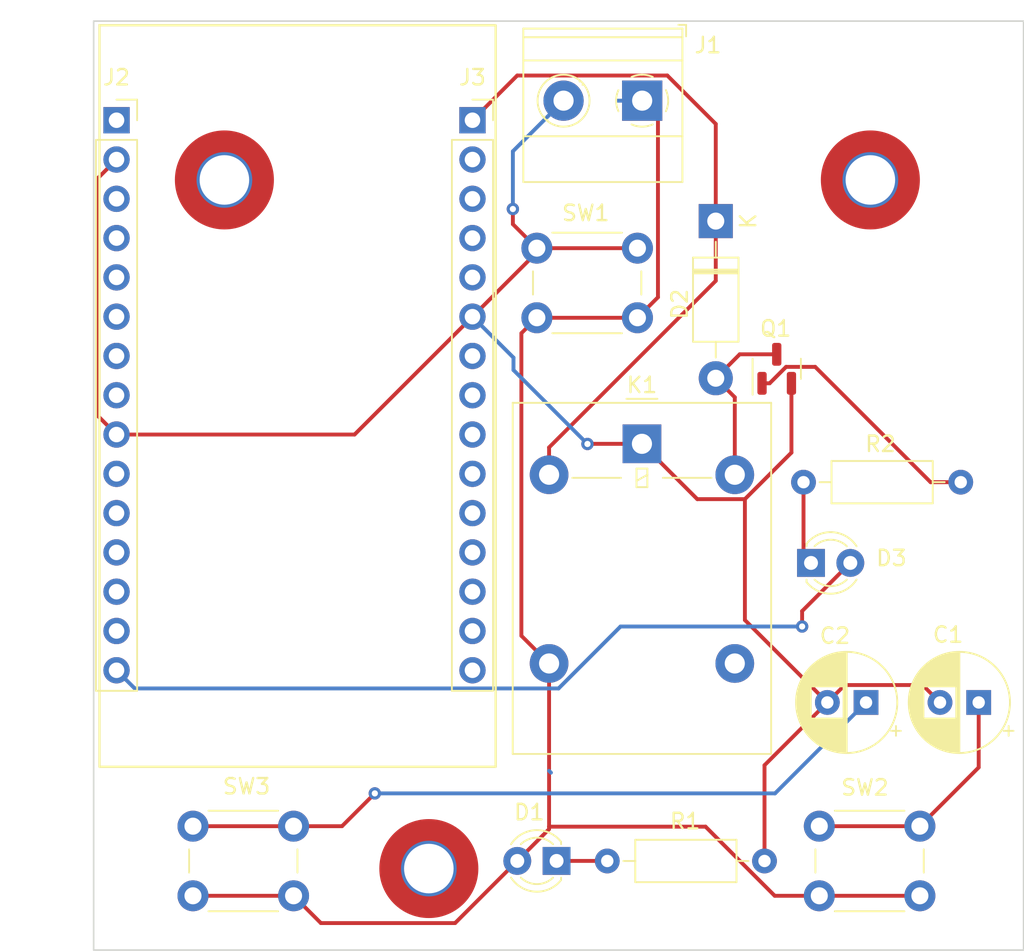
<source format=kicad_pcb>
(kicad_pcb (version 20221018) (generator pcbnew)
  (layers (0 "F.Cu" signal) (31 "B.Cu" signal) (34 "B.Paste" user) (35 "F.Paste" user) (36 "B.SilkS" user "B.Silkscreen") (37 "F.SilkS" user "F.Silkscreen") (38 "B.Mask" user) (39 "F.Mask" user) (44 "Edge.Cuts" user))
  (net 0 "")
  (net 1 "Net-(C1-Pad1)")
  (net 2 "GND")
  (net 3 "Net-(C2-Pad1)")
  (net 4 "Net-(D1-K)")
  (net 5 "Net-(D1-A)")
  (net 17 "Net-(D2-A)")
  (net 18 "Net-(D3-K)")
  (net 23 "Net-(D3-A)")
  (net 34 "Net-(Q1-B)")
  (net 35 "Net-(D2-K)")
  (footprint "Connector_PinSocket_2.54mm:PinSocket_1x15_P2.54mm_Vertical" (layer "F.Cu") (at 111.52 46.36)
    (fp_text reference "J2" (at 0 -2.77) (layer "F.SilkS"))
    (fp_text value "Conn_01x15_Socket")
    (pad "1" thru_hole rect (at 0 0) (size 1.7 1.7) (drill 1) (layers "*.Cu" "*.Mask"))
    (pad "2" thru_hole oval (at 0 2.54) (size 1.7 1.7) (drill 1) (layers "*.Cu" "*.Mask") (net 2 "GND"))
    (pad "3" thru_hole oval (at 0 5.08) (size 1.7 1.7) (drill 1) (layers "*.Cu" "*.Mask"))
    (pad "4" thru_hole oval (at 0 7.62) (size 1.7 1.7) (drill 1) (layers "*.Cu" "*.Mask"))
    (pad "5" thru_hole oval (at 0 10.16) (size 1.7 1.7) (drill 1) (layers "*.Cu" "*.Mask"))
    (pad "6" thru_hole oval (at 0 12.7) (size 1.7 1.7) (drill 1) (layers "*.Cu" "*.Mask"))
    (pad "7" thru_hole oval (at 0 15.24) (size 1.7 1.7) (drill 1) (layers "*.Cu" "*.Mask"))
    (pad "8" thru_hole oval (at 0 17.78) (size 1.7 1.7) (drill 1) (layers "*.Cu" "*.Mask"))
    (pad "9" thru_hole oval (at 0 20.32) (size 1.7 1.7) (drill 1) (layers "*.Cu" "*.Mask") (net 2 "GND"))
    (pad "10" thru_hole oval (at 0 22.86) (size 1.7 1.7) (drill 1) (layers "*.Cu" "*.Mask"))
    (pad "11" thru_hole oval (at 0 25.4) (size 1.7 1.7) (drill 1) (layers "*.Cu" "*.Mask"))
    (pad "12" thru_hole oval (at 0 27.94) (size 1.7 1.7) (drill 1) (layers "*.Cu" "*.Mask"))
    (pad "13" thru_hole oval (at 0 30.48) (size 1.7 1.7) (drill 1) (layers "*.Cu" "*.Mask"))
    (pad "14" thru_hole oval (at 0 33.02) (size 1.7 1.7) (drill 1) (layers "*.Cu" "*.Mask"))
    (pad "15" thru_hole oval (at 0 35.56) (size 1.7 1.7) (drill 1) (layers "*.Cu" "*.Mask") (net 23 "Net-(D3-A)"))
  )
  (footprint "TerminalBlock_Phoenix:TerminalBlock_Phoenix_MKDS-1,5-2-5.08_1x02_P5.08mm_Horizontal" (layer "F.Cu") (at 145.485 45.095 180)
    (fp_text reference "J1" (at -4.255 3.585) (layer "F.SilkS"))
    (fp_text value "Screw_Terminal_01x02")
    (pad "1" thru_hole rect (at 0 0 180) (size 2.6 2.6) (drill 1.3) (layers "*.Cu" "*.Mask") (net 5 "Net-(D1-A)"))
    (pad "2" thru_hole circle (at 5.08 0 180) (size 2.6 2.6) (drill 1.3) (layers "*.Cu" "*.Mask") (net 2 "GND"))
  )
  (footprint "LED_THT:LED_D3.0mm" (layer "F.Cu") (at 156.395 74.98)
    (fp_text reference "D3" (at 5.195 -0.31) (layer "F.SilkS"))
    (fp_text value "LED")
    (pad "1" thru_hole rect (at 0 0) (size 1.8 1.8) (drill 0.9) (layers "*.Cu" "*.Mask") (net 18 "Net-(D3-K)"))
    (pad "2" thru_hole circle (at 2.54 0) (size 1.8 1.8) (drill 0.9) (layers "*.Cu" "*.Mask") (net 23 "Net-(D3-A)"))
  )
  (footprint "Button_Switch_THT:SW_PUSH_6mm" (layer "F.Cu") (at 116.46 92)
    (fp_text reference "SW3" (at 3.46 -2.57) (layer "F.SilkS"))
    (fp_text value "Lock")
    (pad "1" thru_hole circle (at 0 0 90) (size 2 2) (drill 1.1) (layers "*.Cu" "*.Mask") (net 3 "Net-(C2-Pad1)"))
    (pad "1" thru_hole circle (at 6.5 0 90) (size 2 2) (drill 1.1) (layers "*.Cu" "*.Mask") (net 3 "Net-(C2-Pad1)"))
    (pad "2" thru_hole circle (at 0 4.5 90) (size 2 2) (drill 1.1) (layers "*.Cu" "*.Mask") (net 5 "Net-(D1-A)"))
    (pad "2" thru_hole circle (at 6.5 4.5 90) (size 2 2) (drill 1.1) (layers "*.Cu" "*.Mask") (net 5 "Net-(D1-A)"))
  )
  (footprint "Button_Switch_THT:SW_PUSH_6mm" (layer "F.Cu") (at 156.93 92)
    (fp_text reference "SW2" (at 2.95 -2.5) (layer "F.SilkS"))
    (fp_text value "Light")
    (pad "1" thru_hole circle (at 0 0 90) (size 2 2) (drill 1.1) (layers "*.Cu" "*.Mask") (net 1 "Net-(C1-Pad1)"))
    (pad "1" thru_hole circle (at 6.5 0 90) (size 2 2) (drill 1.1) (layers "*.Cu" "*.Mask") (net 1 "Net-(C1-Pad1)"))
    (pad "2" thru_hole circle (at 0 4.5 90) (size 2 2) (drill 1.1) (layers "*.Cu" "*.Mask") (net 5 "Net-(D1-A)"))
    (pad "2" thru_hole circle (at 6.5 4.5 90) (size 2 2) (drill 1.1) (layers "*.Cu" "*.Mask") (net 5 "Net-(D1-A)"))
  )
  (footprint "Capacitor_THT:CP_Radial_D6.3mm_P2.50mm" (layer "F.Cu") (at 159.95 84 180)
    (fp_text reference "C2" (at 2.01 4.31) (layer "F.SilkS"))
    (fp_text value "22u")
    (pad "1" thru_hole rect (at 0 0 180) (size 1.6 1.6) (drill 0.8) (layers "*.Cu" "*.Mask") (net 3 "Net-(C2-Pad1)"))
    (pad "2" thru_hole circle (at 2.5 0 180) (size 1.6 1.6) (drill 0.8) (layers "*.Cu" "*.Mask") (net 2 "GND"))
  )
  (footprint "Resistor_THT:R_Axial_DIN0207_L6.3mm_D2.5mm_P10.16mm_Horizontal" (layer "F.Cu") (at 155.91 69.76)
    (fp_text reference "R2" (at 4.97 -2.47) (layer "F.SilkS"))
    (fp_text value "220")
    (pad "1" thru_hole circle (at 0 0) (size 1.6 1.6) (drill 0.8) (layers "*.Cu" "*.Mask") (net 18 "Net-(D3-K)"))
    (pad "2" thru_hole oval (at 10.16 0) (size 1.6 1.6) (drill 0.8) (layers "*.Cu" "*.Mask") (net 34 "Net-(Q1-B)"))
  )
  (footprint "Relay_THT:Relay_SPDT_Omron-G5LE-1" (layer "F.Cu") (at 145.47 67.28)
    (fp_text reference "K1" (at 0 -3.8) (layer "F.SilkS"))
    (fp_text value "Relay_SPDT")
    (pad "1" thru_hole rect (at 0 0) (size 2.5 2.5) (drill 1.3) (layers "*.Cu" "*.Mask") (net 2 "GND"))
    (pad "2" thru_hole oval (at -6 2) (size 2.5 2.5) (drill 1.3) (layers "*.Cu" "*.Mask") (net 35 "Net-(D2-K)"))
    (pad "3" thru_hole oval (at -6 14.2) (size 2.5 2.5) (drill 1.3) (layers "*.Cu" "*.Mask") (net 5 "Net-(D1-A)"))
    (pad "4" thru_hole oval (at 6 14.2) (size 2.5 2.5) (drill 1.3) (layers "*.Cu" "*.Mask"))
    (pad "5" thru_hole oval (at 6 2) (size 2.5 2.5) (drill 1.3) (layers "*.Cu" "*.Mask") (net 17 "Net-(D2-A)"))
  )
  (footprint "Capacitor_THT:CP_Radial_D6.3mm_P2.50mm" (layer "F.Cu") (at 167.23 84 180)
    (fp_text reference "C1" (at 1.98 4.38) (layer "F.SilkS"))
    (fp_text value "1u")
    (pad "1" thru_hole rect (at 0 0 180) (size 1.6 1.6) (drill 0.8) (layers "*.Cu" "*.Mask") (net 1 "Net-(C1-Pad1)"))
    (pad "2" thru_hole circle (at 2.5 0 180) (size 1.6 1.6) (drill 0.8) (layers "*.Cu" "*.Mask") (net 2 "GND"))
  )
  (footprint "Package_TO_SOT_SMD:SOT-23" (layer "F.Cu") (at 154.18 62.43 90)
    (fp_text reference "Q1" (at 2.6 -0.07 180) (layer "F.SilkS"))
    (fp_text value "NPN")
    (pad "1" smd roundrect (at -0.9375 -0.95 90) (size 1.475 0.6) (layers "F.Cu" "F.Paste" "F.Mask") (net 34 "Net-(Q1-B)"))
    (pad "2" smd roundrect (at -0.9375 0.95 90) (size 1.475 0.6) (layers "F.Cu" "F.Paste" "F.Mask") (net 2 "GND"))
    (pad "3" smd roundrect (at 0.9375 0 90) (size 1.475 0.6) (layers "F.Cu" "F.Paste" "F.Mask") (net 17 "Net-(D2-A)"))
  )
  (footprint "MountingHole:MountingHole_3.2mm_M3_Pad_TopOnly" (layer "F.Cu") (at 160.23 50.22)
    (fp_text reference "H1" hide)
    (fp_text value "MountingHole")
    (pad "1" thru_hole circle (at 0 0) (size 3.6 3.6) (drill 3.2) (layers "*.Cu" "*.Mask"))
    (pad "1" connect circle (at 0 0) (size 6.4 6.4) (layers "F.Cu" "F.Mask"))
  )
  (footprint "Resistor_THT:R_Axial_DIN0207_L6.3mm_D2.5mm_P10.16mm_Horizontal" (layer "F.Cu") (at 153.39 94.25 180)
    (fp_text reference "R1" (at 5.13 2.57) (layer "F.SilkS"))
    (fp_text value "1.6k")
    (pad "1" thru_hole circle (at 0 0 180) (size 1.6 1.6) (drill 0.8) (layers "*.Cu" "*.Mask") (net 2 "GND"))
    (pad "2" thru_hole oval (at 10.16 0 180) (size 1.6 1.6) (drill 0.8) (layers "*.Cu" "*.Mask") (net 4 "Net-(D1-K)"))
  )
  (footprint "Diode_THT:D_DO-41_SOD81_P10.16mm_Horizontal" (layer "F.Cu") (at 150.24 52.88 -90)
    (fp_text reference "D2" (at 5.37 2.33 90) (layer "F.SilkS"))
    (fp_text value "1N47xxA")
    (fp_text user "K" (at 0 -2.1 90) (layer "F.SilkS"))
    (pad "1" thru_hole rect (at 0 0 270) (size 2.2 2.2) (drill 1.1) (layers "*.Cu" "*.Mask") (net 35 "Net-(D2-K)"))
    (pad "2" thru_hole oval (at 10.16 0 270) (size 2.2 2.2) (drill 1.1) (layers "*.Cu" "*.Mask") (net 17 "Net-(D2-A)"))
  )
  (footprint "Connector_PinSocket_2.54mm:PinSocket_1x15_P2.54mm_Vertical" (layer "F.Cu") (at 134.52 46.36)
    (fp_text reference "J3" (at 0 -2.77) (layer "F.SilkS"))
    (fp_text value "Conn_01x15_Socket")
    (pad "1" thru_hole rect (at 0 0) (size 1.7 1.7) (drill 1) (layers "*.Cu" "*.Mask") (net 35 "Net-(D2-K)"))
    (pad "2" thru_hole oval (at 0 2.54) (size 1.7 1.7) (drill 1) (layers "*.Cu" "*.Mask"))
    (pad "3" thru_hole oval (at 0 5.08) (size 1.7 1.7) (drill 1) (layers "*.Cu" "*.Mask"))
    (pad "4" thru_hole oval (at 0 7.62) (size 1.7 1.7) (drill 1) (layers "*.Cu" "*.Mask"))
    (pad "5" thru_hole oval (at 0 10.16) (size 1.7 1.7) (drill 1) (layers "*.Cu" "*.Mask"))
    (pad "6" thru_hole oval (at 0 12.7) (size 1.7 1.7) (drill 1) (layers "*.Cu" "*.Mask") (net 2 "GND"))
    (pad "7" thru_hole oval (at 0 15.24) (size 1.7 1.7) (drill 1) (layers "*.Cu" "*.Mask"))
    (pad "8" thru_hole oval (at 0 17.78) (size 1.7 1.7) (drill 1) (layers "*.Cu" "*.Mask"))
    (pad "9" thru_hole oval (at 0 20.32) (size 1.7 1.7) (drill 1) (layers "*.Cu" "*.Mask"))
    (pad "10" thru_hole oval (at 0 22.86) (size 1.7 1.7) (drill 1) (layers "*.Cu" "*.Mask"))
    (pad "11" thru_hole oval (at 0 25.4) (size 1.7 1.7) (drill 1) (layers "*.Cu" "*.Mask"))
    (pad "12" thru_hole oval (at 0 27.94) (size 1.7 1.7) (drill 1) (layers "*.Cu" "*.Mask"))
    (pad "13" thru_hole oval (at 0 30.48) (size 1.7 1.7) (drill 1) (layers "*.Cu" "*.Mask"))
    (pad "14" thru_hole oval (at 0 33.02) (size 1.7 1.7) (drill 1) (layers "*.Cu" "*.Mask"))
    (pad "15" thru_hole oval (at 0 35.56) (size 1.7 1.7) (drill 1) (layers "*.Cu" "*.Mask"))
  )
  (footprint "MountingHole:MountingHole_3.2mm_M3_Pad_TopOnly" (layer "F.Cu") (at 118.49 50.22)
    (fp_text reference "H2" hide)
    (fp_text value "MountingHole")
    (pad "1" thru_hole circle (at 0 0) (size 3.6 3.6) (drill 3.2) (layers "*.Cu" "*.Mask"))
    (pad "1" connect circle (at 0 0) (size 6.4 6.4) (layers "F.Cu" "F.Mask"))
  )
  (footprint "MountingHole:MountingHole_3.2mm_M3_Pad_TopOnly" (layer "F.Cu") (at 131.7 94.74)
    (fp_text reference "H3" hide)
    (fp_text value "MountingHole")
    (pad "1" thru_hole circle (at 0 0) (size 3.6 3.6) (drill 3.2) (layers "*.Cu" "*.Mask"))
    (pad "1" connect circle (at 0 0) (size 6.4 6.4) (layers "F.Cu" "F.Mask"))
  )
  (footprint "LED_THT:LED_D3.0mm" (layer "F.Cu") (at 139.955 94.245 180)
    (fp_text reference "D1" (at 1.765 3.145) (layer "F.SilkS"))
    (fp_text value "LED")
    (pad "1" thru_hole rect (at 0 0 180) (size 1.8 1.8) (drill 0.9) (layers "*.Cu" "*.Mask") (net 4 "Net-(D1-K)"))
    (pad "2" thru_hole circle (at 2.54 0 180) (size 1.8 1.8) (drill 0.9) (layers "*.Cu" "*.Mask") (net 5 "Net-(D1-A)"))
  )
  (footprint "Button_Switch_THT:SW_PUSH_6mm" (layer "F.Cu") (at 138.68 54.63)
    (fp_text reference "SW1" (at 3.16 -2.27) (layer "F.SilkS"))
    (fp_text value "Open/Close")
    (pad "1" thru_hole circle (at 0 0 90) (size 2 2) (drill 1.1) (layers "*.Cu" "*.Mask") (net 2 "GND"))
    (pad "1" thru_hole circle (at 6.5 0 90) (size 2 2) (drill 1.1) (layers "*.Cu" "*.Mask") (net 2 "GND"))
    (pad "2" thru_hole circle (at 0 4.5 90) (size 2 2) (drill 1.1) (layers "*.Cu" "*.Mask") (net 5 "Net-(D1-A)"))
    (pad "2" thru_hole circle (at 6.5 4.5 90) (size 2 2) (drill 1.1) (layers "*.Cu" "*.Mask") (net 5 "Net-(D1-A)"))
  )
  (gr_rect (start 110.42 40.22) (end 136.02 88.16) (stroke (width 0.15)) (fill none) (layer "F.SilkS"))
  (gr_rect (start 110.04 39.95) (end 170.13 100.01) (stroke (width 0.1)) (fill none) (layer "Edge.Cuts"))
  (segment (start 163.43 92) (end 156.93 92) (width 0.25) (layer "F.Cu") (net 1))
  (segment (start 167.23 88.2) (end 163.43 92) (width 0.25) (layer "F.Cu") (net 1))
  (segment (start 167.23 84) (end 167.23 88.2) (width 0.25) (layer "F.Cu") (net 1))
  (segment (start 110.345 65.505) (end 111.52 66.68) (width 0.25) (layer "F.Cu") (net 2))
  (segment (start 155.13 67.847387) (end 152.122387 70.855) (width 0.25) (layer "F.Cu") (net 2))
  (segment (start 163.605 82.875) (end 158.575 82.875) (width 0.25) (layer "F.Cu") (net 2))
  (segment (start 134.52 59.06) (end 138.68 54.9) (width 0.25) (layer "F.Cu") (net 2))
  (segment (start 155.13 63.3675) (end 155.13 67.847387) (width 0.25) (layer "F.Cu") (net 2))
  (segment (start 152.122387 70.855) (end 149.045 70.855) (width 0.25) (layer "F.Cu") (net 2))
  (segment (start 157.45 84) (end 152.122387 78.672387) (width 0.25) (layer "F.Cu") (net 2))
  (segment (start 145.47 67.28) (end 141.96 67.28) (width 0.25) (layer "F.Cu") (net 2))
  (segment (start 111.52 66.68) (end 126.9 66.68) (width 0.25) (layer "F.Cu") (net 2))
  (segment (start 126.9 66.68) (end 134.52 59.06) (width 0.25) (layer "F.Cu") (net 2))
  (segment (start 152.122387 78.672387) (end 152.122387 70.855) (width 0.25) (layer "F.Cu") (net 2))
  (segment (start 153.39 94.25) (end 153.39 88.06) (width 0.25) (layer "F.Cu") (net 2))
  (segment (start 138.68 54.63) (end 137.13 53.08) (width 0.25) (layer "F.Cu") (net 2))
  (segment (start 158.575 82.875) (end 157.45 84) (width 0.25) (layer "F.Cu") (net 2))
  (segment (start 141.96 67.28) (end 141.95 67.29) (width 0.25) (layer "F.Cu") (net 2))
  (segment (start 149.045 70.855) (end 145.47 67.28) (width 0.25) (layer "F.Cu") (net 2))
  (segment (start 138.68 54.9) (end 138.68 54.63) (width 0.25) (layer "F.Cu") (net 2))
  (segment (start 153.39 88.06) (end 157.45 84) (width 0.25) (layer "F.Cu") (net 2))
  (segment (start 110.345 50.075) (end 110.345 65.505) (width 0.25) (layer "F.Cu") (net 2))
  (segment (start 137.13 53.08) (end 137.13 52.1) (width 0.25) (layer "F.Cu") (net 2))
  (segment (start 111.52 48.9) (end 110.345 50.075) (width 0.25) (layer "F.Cu") (net 2))
  (segment (start 145.18 54.63) (end 138.68 54.63) (width 0.25) (layer "F.Cu") (net 2))
  (segment (start 164.73 84) (end 163.605 82.875) (width 0.25) (layer "F.Cu") (net 2))
  (via (at 137.13 52.1) (size 0.8) (drill 0.4) (layers "F.Cu" "B.Cu") (net 2))
  (via (at 141.95 67.29) (size 0.8) (drill 0.4) (layers "F.Cu" "B.Cu") (net 2))
  (segment (start 137.13 52.1) (end 137.13 48.37) (width 0.25) (layer "B.Cu") (net 2))
  (segment (start 137.17 61.71) (end 134.52 59.06) (width 0.25) (layer "B.Cu") (net 2))
  (segment (start 137.17 62.51) (end 137.17 61.71) (width 0.25) (layer "B.Cu") (net 2))
  (segment (start 137.13 48.37) (end 140.405 45.095) (width 0.25) (layer "B.Cu") (net 2))
  (segment (start 141.95 67.29) (end 137.17 62.51) (width 0.25) (layer "B.Cu") (net 2))
  (segment (start 122.96 92) (end 126.09 92) (width 0.25) (layer "F.Cu") (net 3))
  (segment (start 116.46 92) (end 122.96 92) (width 0.25) (layer "F.Cu") (net 3))
  (segment (start 126.09 92) (end 128.21 89.88) (width 0.25) (layer "F.Cu") (net 3))
  (via (at 128.21 89.88) (size 0.8) (drill 0.4) (layers "F.Cu" "B.Cu") (net 3))
  (segment (start 154.07 89.88) (end 159.95 84) (width 0.25) (layer "B.Cu") (net 3))
  (segment (start 128.21 89.88) (end 154.07 89.88) (width 0.25) (layer "B.Cu") (net 3))
  (segment (start 139.955 94.245) (end 143.225 94.245) (width 0.25) (layer "F.Cu") (net 4))
  (segment (start 143.225 94.245) (end 143.23 94.25) (width 0.25) (layer "F.Cu") (net 4))
  (segment (start 145.18 59.13) (end 138.68 59.13) (width 0.25) (layer "F.Cu") (net 5))
  (segment (start 149.579009 92.03) (end 139.47 92.03) (width 0.25) (layer "F.Cu") (net 5))
  (segment (start 122.96 96.5) (end 116.46 96.5) (width 0.25) (layer "F.Cu") (net 5))
  (segment (start 163.43 96.5) (end 156.93 96.5) (width 0.25) (layer "F.Cu") (net 5))
  (segment (start 138.68 59.13) (end 137.68 60.13) (width 0.25) (layer "F.Cu") (net 5))
  (segment (start 146.505 57.805) (end 145.18 59.13) (width 0.25) (layer "F.Cu") (net 5))
  (segment (start 139.47 92.19) (end 137.415 94.245) (width 0.25) (layer "F.Cu") (net 5))
  (segment (start 139.47 81.48) (end 139.47 92.03) (width 0.25) (layer "F.Cu") (net 5))
  (segment (start 145.485 45.095) (end 146.505 46.115) (width 0.25) (layer "F.Cu") (net 5))
  (segment (start 137.68 79.69) (end 139.47 81.48) (width 0.25) (layer "F.Cu") (net 5))
  (segment (start 156.93 96.5) (end 154.049009 96.5) (width 0.25) (layer "F.Cu") (net 5))
  (segment (start 154.049009 96.5) (end 149.579009 92.03) (width 0.25) (layer "F.Cu") (net 5))
  (segment (start 137.68 60.13) (end 137.68 79.69) (width 0.25) (layer "F.Cu") (net 5))
  (segment (start 133.395 98.265) (end 137.415 94.245) (width 0.25) (layer "F.Cu") (net 5))
  (segment (start 146.505 46.115) (end 146.505 57.805) (width 0.25) (layer "F.Cu") (net 5))
  (segment (start 122.96 96.5) (end 124.725 98.265) (width 0.25) (layer "F.Cu") (net 5))
  (segment (start 124.725 98.265) (end 133.395 98.265) (width 0.25) (layer "F.Cu") (net 5))
  (segment (start 139.47 92.03) (end 139.47 92.19) (width 0.25) (layer "F.Cu") (net 5))
  (segment (start 143.895 45.095) (end 145.485 45.095) (width 0.25) (layer "B.Cu") (net 5))
  (segment (start 139.59 88.54) (end 139.47 88.42) (width 0.25) (layer "B.Cu") (net 5))
  (segment (start 151.47 64.27) (end 150.24 63.04) (width 0.25) (layer "F.Cu") (net 17))
  (segment (start 154.18 61.4925) (end 151.7875 61.4925) (width 0.25) (layer "F.Cu") (net 17))
  (segment (start 151.7875 61.4925) (end 150.24 63.04) (width 0.25) (layer "F.Cu") (net 17))
  (segment (start 151.47 69.28) (end 151.47 64.27) (width 0.25) (layer "F.Cu") (net 17))
  (segment (start 155.91 69.76) (end 155.91 74.495) (width 0.25) (layer "F.Cu") (net 18))
  (segment (start 155.91 74.495) (end 156.395 74.98) (width 0.25) (layer "F.Cu") (net 18))
  (segment (start 158.935 74.98) (end 155.82 78.095) (width 0.25) (layer "F.Cu") (net 23))
  (segment (start 155.82 78.095) (end 155.82 79.09) (width 0.25) (layer "F.Cu") (net 23))
  (via (at 155.82 79.09) (size 0.8) (drill 0.4) (layers "F.Cu" "B.Cu") (net 23))
  (segment (start 112.695 83.095) (end 111.52 81.92) (width 0.25) (layer "B.Cu") (net 23))
  (segment (start 155.82 79.09) (end 144.087387 79.09) (width 0.25) (layer "B.Cu") (net 23))
  (segment (start 144.087387 79.09) (end 140.082387 83.095) (width 0.25) (layer "B.Cu") (net 23))
  (segment (start 140.082387 83.095) (end 112.695 83.095) (width 0.25) (layer "B.Cu") (net 23))
  (segment (start 154.783249 62.305) (end 156.665 62.305) (width 0.25) (layer "F.Cu") (net 34))
  (segment (start 156.665 62.305) (end 164.12 69.76) (width 0.25) (layer "F.Cu") (net 34))
  (segment (start 164.12 69.76) (end 166.07 69.76) (width 0.25) (layer "F.Cu") (net 34))
  (segment (start 153.720749 63.3675) (end 154.783249 62.305) (width 0.25) (layer "F.Cu") (net 34))
  (segment (start 153.23 63.3675) (end 153.720749 63.3675) (width 0.25) (layer "F.Cu") (net 34))
  (segment (start 150.24 56.742234) (end 150.24 52.88) (width 0.25) (layer "F.Cu") (net 35))
  (segment (start 134.52 46.36) (end 137.41 43.47) (width 0.25) (layer "F.Cu") (net 35))
  (segment (start 139.47 69.28) (end 139.47 67.512234) (width 0.25) (layer "F.Cu") (net 35))
  (segment (start 150.24 46.6) (end 150.24 52.88) (width 0.25) (layer "F.Cu") (net 35))
  (segment (start 137.41 43.47) (end 147.11 43.47) (width 0.25) (layer "F.Cu") (net 35))
  (segment (start 147.11 43.47) (end 150.24 46.6) (width 0.25) (layer "F.Cu") (net 35))
  (segment (start 139.47 67.512234) (end 150.24 56.742234) (width 0.25) (layer "F.Cu") (net 35))
)
</source>
